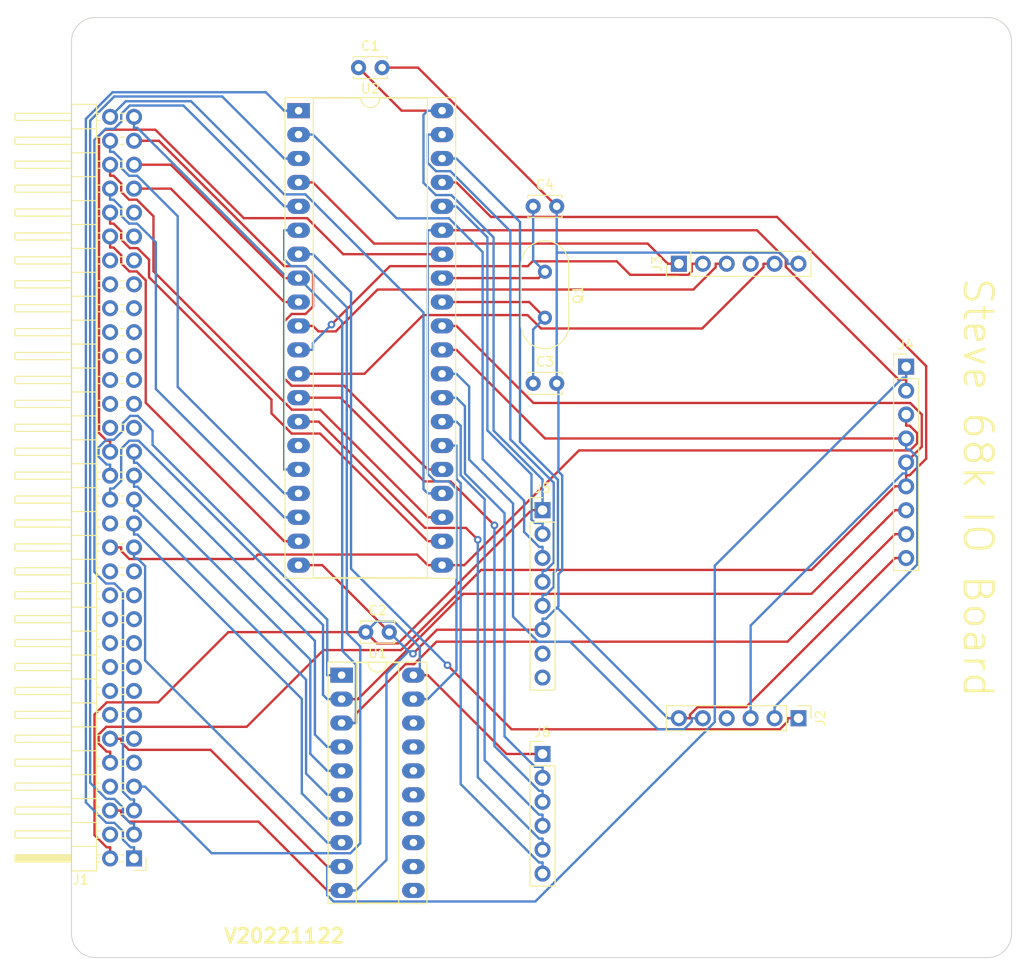
<source format=kicad_pcb>
(kicad_pcb (version 20211014) (generator pcbnew)
  (layers (0 "F.Cu" signal) (31 "B.Cu" signal) (34 "B.Paste" user) (35 "F.Paste" user) (36 "B.SilkS" user "B.Silkscreen") (37 "F.SilkS" user "F.Silkscreen") (38 "B.Mask" user) (39 "F.Mask" user) (44 "Edge.Cuts" user))
  (net 0 "")
  (net 1 "VCC")
  (net 2 "GND")
  (net 3 "/A1")
  (net 4 "/A2")
  (net 5 "/CLK")
  (net 6 "/A3")
  (net 7 "/A4")
  (net 8 "/A5")
  (net 9 "/~{IACK}")
  (net 10 "/A6")
  (net 11 "/A7")
  (net 12 "/~{IRQ3}")
  (net 13 "/A8")
  (net 14 "/~{HALT}")
  (net 15 "/A9")
  (net 16 "/~{IRQ4}")
  (net 17 "/A10")
  (net 18 "/FC0")
  (net 19 "/A11")
  (net 20 "/FC1")
  (net 21 "/A12")
  (net 22 "/FC2")
  (net 23 "/A13")
  (net 24 "/~{IRQ5}")
  (net 25 "/A14")
  (net 26 "/~{IRQ2}")
  (net 27 "/A15")
  (net 28 "/~{IRQ6}")
  (net 29 "/A16")
  (net 30 "/~{LDS}")
  (net 31 "/A17")
  (net 32 "/~{UDS}")
  (net 33 "/A18")
  (net 34 "/~{RESET}")
  (net 35 "/A19")
  (net 36 "/D15")
  (net 37 "/A20")
  (net 38 "/D14")
  (net 39 "/A21")
  (net 40 "/D13")
  (net 41 "/A22")
  (net 42 "/D12")
  (net 43 "/A23")
  (net 44 "/D11")
  (net 45 "/~{AS}")
  (net 46 "/D10")
  (net 47 "/~{BERR}")
  (net 48 "/D9")
  (net 49 "/~{BG}")
  (net 50 "/D8")
  (net 51 "/~{BGACK}")
  (net 52 "/D7")
  (net 53 "/~{BR}")
  (net 54 "/D6")
  (net 55 "/~{DTACK}")
  (net 56 "/D5")
  (net 57 "/R~{W}")
  (net 58 "/D4")
  (net 59 "/D0")
  (net 60 "/D3")
  (net 61 "/D1")
  (net 62 "/D2")
  (net 63 "/VPA")
  (net 70 "/~{UARTSEL}")
  (net 71 "/~{IOSEL}")
  (net 72 "Net-(C4-Pad1)")
  (net 73 "Net-(C3-Pad1)")
  (net 76 "/CTSB")
  (net 77 "/CTSA")
  (net 78 "/RXDB")
  (net 79 "/TXDB")
  (net 80 "/RTSB")
  (net 81 "/RTSA")
  (net 82 "/TXDA")
  (net 83 "/RXDA")
  (net 86 "Net-(U2-Pad36)")
  (net 87 "Net-(U2-Pad2)")
  (net 88 "Net-(U2-Pad39)")
  (net 89 "Net-(U2-Pad38)")
  (net 90 "Net-(U2-Pad28)")
  (net 91 "Net-(U2-Pad13)")
  (net 92 "Net-(U2-Pad27)")
  (net 93 "Net-(U2-Pad14)")
  (net 94 "Net-(U2-Pad26)")
  (net 95 "Net-(U2-Pad15)")
  (footprint "MountingHole:MountingHole_3.2mm_M3" (layer "F.Cu") (at 178.3261 49.0401)
    (fp_text reference "H1" hide)
    (fp_text value "MountingHole")
  )
  (footprint "Capacitor_THT:C_Disc_D3.4mm_W2.1mm_P2.50mm" (layer "F.Cu") (at 131.338 65.278)
    (fp_text reference "C4")
    (fp_text value "5pf")
  )
  (footprint "Connector_PinHeader_2.54mm:PinHeader_2x32_P2.54mm_Horizontal" (layer "F.Cu") (at 88.9541 134.5161 180)
    (fp_text reference "J1")
    (fp_text value "Conn_02x32_Odd_Even")
  )
  (footprint "Capacitor_THT:C_Disc_D3.4mm_W2.1mm_P2.50mm" (layer "F.Cu") (at 113.558 110.49)
    (fp_text reference "C2")
    (fp_text value ".1uF")
  )
  (footprint "MountingHole:MountingHole_3.2mm_M3" (layer "F.Cu") (at 91.9661 141.2421)
    (fp_text reference "H4" hide)
    (fp_text value "MountingHole")
  )
  (footprint "Connector_PinHeader_2.54mm:PinHeader_1x06_P2.54mm_Vertical" (layer "F.Cu") (at 159.512 119.634 -90)
    (fp_text reference "J2")
    (fp_text value "Serial A")
  )
  (footprint "Connector_PinHeader_2.54mm:PinHeader_1x06_P2.54mm_Vertical" (layer "F.Cu") (at 132.334 123.429)
    (fp_text reference "J6")
    (fp_text value "Duart OP")
  )
  (footprint "Package_DIP:DIP-40_W15.24mm_Socket_LongPads" (layer "F.Cu") (at 106.426 55.118)
    (fp_text reference "U2")
    (fp_text value "68681")
  )
  (footprint "Package_DIP:DIP-20_W7.62mm_Socket_LongPads" (layer "F.Cu") (at 110.998 115.062)
    (fp_text reference "U1")
    (fp_text value "GAL16V8")
  )
  (footprint "Capacitor_THT:C_Disc_D3.4mm_W2.1mm_P2.50mm" (layer "F.Cu") (at 131.338 84.074)
    (fp_text reference "C3")
    (fp_text value "15pf")
  )
  (footprint "Connector_PinHeader_2.54mm:PinHeader_1x06_P2.54mm_Vertical" (layer "F.Cu") (at 146.812 71.374 90)
    (fp_text reference "J3")
    (fp_text value "Serial B")
  )
  (footprint "MountingHole:MountingHole_3.2mm_M3" (layer "F.Cu") (at 178.3261 141.2421)
    (fp_text reference "H2" hide)
    (fp_text value "MountingHole")
  )
  (footprint "Crystal:Crystal_HC49-4H_Vertical" (layer "F.Cu") (at 132.588 72.226 -90)
    (fp_text reference "Q1")
    (fp_text value "3.6864MHz")
  )
  (footprint "Capacitor_THT:C_Disc_D3.4mm_W2.1mm_P2.50mm" (layer "F.Cu") (at 112.796 50.546)
    (fp_text reference "C1")
    (fp_text value ".1uF")
  )
  (footprint "Connector_PinHeader_2.54mm:PinHeader_1x09_P2.54mm_Vertical" (layer "F.Cu") (at 170.942 82.306)
    (fp_text reference "J4")
    (fp_text value "DEBUG")
  )
  (footprint "MountingHole:MountingHole_3.2mm_M3" (layer "F.Cu") (at 91.9661 49.0401)
    (fp_text reference "H3" hide)
    (fp_text value "MountingHole")
  )
  (footprint "Connector_PinHeader_2.54mm:PinHeader_1x08_P2.54mm_Vertical" (layer "F.Cu") (at 132.334 97.536)
    (fp_text reference "J5")
    (fp_text value "Duart IP")
  )
  (gr_line (start 179.596051 45.230051) (end 84.854051 45.230051) (layer "Edge.Cuts") (width 0.1))
  (gr_arc (start 182.136051 142.512051) (mid 181.392102 144.308102) (end 179.596051 145.052051) (layer "Edge.Cuts") (width 0.1))
  (gr_arc (start 179.596051 45.230051) (mid 181.392102 45.974) (end 182.136051 47.770051) (layer "Edge.Cuts") (width 0.1))
  (gr_line (start 84.854051 145.052051) (end 179.596051 145.052051) (layer "Edge.Cuts") (width 0.1))
  (gr_line (start 82.314051 47.770051) (end 82.314051 142.512051) (layer "Edge.Cuts") (width 0.1))
  (gr_arc (start 82.314051 47.770051) (mid 83.058 45.974) (end 84.854051 45.230051) (layer "Edge.Cuts") (width 0.1))
  (gr_arc (start 84.854051 145.052051) (mid 83.058 144.308102) (end 82.314051 142.512051) (layer "Edge.Cuts") (width 0.1))
  (gr_line (start 182.136051 142.512051) (end 182.136051 47.770051) (layer "Edge.Cuts") (width 0.1))
  (gr_text "Steve 68k IO Board" (at 178.580051 95.141051 270) (layer "F.SilkS") (effects (font (size 3 3) (thickness 0.3))))
  (gr_text "V20221122" (at 104.902 142.748) (layer "F.SilkS") (effects (font (size 1.5 1.5) (thickness 0.3))))
  (segment (start 117.368 55.118) (end 121.666 55.118) (width 0.25) (layer "F.Cu") (net 1))
  (segment (start 132.334 97.536) (end 131.1587 97.536) (width 0.25) (layer "F.Cu") (net 1))
  (segment (start 128.5103 123.429) (end 131.1587 123.429) (width 0.25) (layer "F.Cu") (net 1))
  (segment (start 91.5162 117.9469) (end 86.0547 117.9469) (width 0.25) (layer "F.Cu") (net 1))
  (segment (start 98.9731 110.49) (end 91.5162 117.9469) (width 0.25) (layer "F.Cu") (net 1))
  (segment (start 113.558 110.49) (end 114.7529 111.6849) (width 0.25) (layer "F.Cu") (net 1))
  (segment (start 120.1433 115.062) (end 128.5103 123.429) (width 0.25) (layer "F.Cu") (net 1))
  (segment (start 132.334 123.429) (end 131.1587 123.429) (width 0.25) (layer "F.Cu") (net 1))
  (segment (start 117.0098 111.6849) (end 131.1587 97.536) (width 0.25) (layer "F.Cu") (net 1))
  (segment (start 86.0547 117.9469) (end 84.7559 119.2457) (width 0.25) (layer "F.Cu") (net 1))
  (segment (start 114.7529 111.6849) (end 117.0098 111.6849) (width 0.25) (layer "F.Cu") (net 1))
  (segment (start 84.7559 132.0499) (end 86.0468 133.3408) (width 0.25) (layer "F.Cu") (net 1))
  (segment (start 118.618 115.062) (end 120.1433 115.062) (width 0.25) (layer "F.Cu") (net 1))
  (segment (start 86.0468 133.3408) (end 86.4141 133.3408) (width 0.25) (layer "F.Cu") (net 1))
  (segment (start 112.796 50.546) (end 117.368 55.118) (width 0.25) (layer "F.Cu") (net 1))
  (segment (start 113.558 110.49) (end 98.9731 110.49) (width 0.25) (layer "F.Cu") (net 1))
  (segment (start 84.7559 119.2457) (end 84.7559 132.0499) (width 0.25) (layer "F.Cu") (net 1))
  (segment (start 86.4141 134.5161) (end 86.4141 133.3408) (width 0.25) (layer "F.Cu") (net 1))
  (segment (start 122.6427 64.0819) (end 120.9993 64.0819) (width 0.25) (layer "B.Cu") (net 1))
  (segment (start 132.3339 96.3607) (end 132.3339 94.2914) (width 0.25) (layer "B.Cu") (net 1))
  (segment (start 119.6904 55.5683) (end 120.1407 55.118) (width 0.25) (layer "B.Cu") (net 1))
  (segment (start 119.6904 62.773) (end 119.6904 55.5683) (width 0.25) (layer "B.Cu") (net 1))
  (segment (start 119.298 112.0998) (end 116.5488 109.3506) (width 0.25) (layer "B.Cu") (net 1))
  (segment (start 121.666 55.118) (end 120.1407 55.118) (width 0.25) (layer "B.Cu") (net 1))
  (segment (start 116.5488 109.3506) (end 114.6974 109.3506) (width 0.25) (layer "B.Cu") (net 1))
  (segment (start 132.3339 94.2914) (end 127.1354 89.0929) (width 0.25) (layer "B.Cu") (net 1))
  (segment (start 127.1354 68.5746) (end 122.6427 64.0819) (width 0.25) (layer "B.Cu") (net 1))
  (segment (start 132.334 96.3607) (end 132.3339 96.3607) (width 0.25) (layer "B.Cu") (net 1))
  (segment (start 120.9993 64.0819) (end 119.6904 62.773) (width 0.25) (layer "B.Cu") (net 1))
  (segment (start 114.6974 109.3506) (end 113.558 110.49) (width 0.25) (layer "B.Cu") (net 1))
  (segment (start 118.618 115.062) (end 119.298 114.382) (width 0.25) (layer "B.Cu") (net 1))
  (segment (start 127.1354 89.0929) (end 127.1354 68.5746) (width 0.25) (layer "B.Cu") (net 1))
  (segment (start 119.298 114.382) (end 119.298 112.0998) (width 0.25) (layer "B.Cu") (net 1))
  (segment (start 132.334 97.536) (end 132.334 96.3607) (width 0.25) (layer "B.Cu") (net 1))
  (segment (start 147.9873 119.634) (end 147.9873 119.2666) (width 0.25) (layer "F.Cu") (net 2))
  (segment (start 118.5727 112.789) (end 121.1257 110.236) (width 0.25) (layer "F.Cu") (net 2))
  (segment (start 148.7952 118.4587) (end 153.934 118.4587) (width 0.25) (layer "F.Cu") (net 2))
  (segment (start 121.1257 110.236) (end 132.334 110.236) (width 0.25) (layer "F.Cu") (net 2))
  (segment (start 153.934 118.4587) (end 169.7667 102.626) (width 0.25) (layer "F.Cu") (net 2))
  (segment (start 146.812 119.634) (end 147.9873 119.634) (width 0.25) (layer "F.Cu") (net 2))
  (segment (start 119.106 50.546) (end 133.838 65.278) (width 0.25) (layer "F.Cu") (net 2))
  (segment (start 170.942 102.626) (end 169.7667 102.626) (width 0.25) (layer "F.Cu") (net 2))
  (segment (start 108.946 103.378) (end 116.058 110.49) (width 0.25) (layer "F.Cu") (net 2))
  (segment (start 110.998 137.922) (end 109.4727 137.922) (width 0.25) (layer "F.Cu") (net 2))
  (segment (start 87.5894 129.8035) (end 87.5894 129.4361) (width 0.25) (layer "F.Cu") (net 2))
  (segment (start 102.1621 130.6114) (end 88.3973 130.6114) (width 0.25) (layer "F.Cu") (net 2))
  (segment (start 86.4141 129.4361) (end 87.5894 129.4361) (width 0.25) (layer "F.Cu") (net 2))
  (segment (start 109.4727 137.922) (end 102.1621 130.6114) (width 0.25) (layer "F.Cu") (net 2))
  (segment (start 106.426 103.378) (end 108.946 103.378) (width 0.25) (layer "F.Cu") (net 2))
  (segment (start 147.9873 119.2666) (end 148.7952 118.4587) (width 0.25) (layer "F.Cu") (net 2))
  (segment (start 88.3973 130.6114) (end 87.5894 129.8035) (width 0.25) (layer "F.Cu") (net 2))
  (segment (start 115.296 50.546) (end 119.106 50.546) (width 0.25) (layer "F.Cu") (net 2))
  (via (at 118.5727 112.789) (size 0.8) (drill 0.4) (layers "F.Cu" "B.Cu") (net 2))
  (segment (start 146.812 119.634) (end 145.6367 119.634) (width 0.25) (layer "B.Cu") (net 2))
  (segment (start 132.7013 109.0607) (end 132.334 109.0607) (width 0.25) (layer "B.Cu") (net 2))
  (segment (start 110.998 137.922) (end 112.5233 137.922) (width 0.25) (layer "B.Cu") (net 2))
  (segment (start 133.8824 107.8796) (end 134.0209 107.7411) (width 0.25) (layer "B.Cu") (net 2))
  (segment (start 118.1035 112.5355) (end 116.058 110.49) (width 0.25) (layer "B.Cu") (net 2))
  (segment (start 115.7578 114.8812) (end 118.1035 112.5355) (width 0.25) (layer "B.Cu") (net 2))
  (segment (start 158.3367 71.0067) (end 158.3367 71.374) (width 0.25) (layer "B.Cu") (net 2))
  (segment (start 118.1035 112.5355) (end 118.3192 112.5355) (width 0.25) (layer "B.Cu") (net 2))
  (segment (start 133.838 70.1924) (end 157.5224 70.1924) (width 0.25) (layer "B.Cu") (net 2))
  (segment (start 115.7578 134.6875) (end 115.7578 114.8812) (width 0.25) (layer "B.Cu") (net 2))
  (segment (start 118.3192 112.5355) (end 118.5727 112.789) (width 0.25) (layer "B.Cu") (net 2))
  (segment (start 134.0209 104.339) (end 134.4204 103.9395) (width 0.25) (layer "B.Cu") (net 2))
  (segment (start 157.5224 70.1924) (end 158.3367 71.0067) (width 0.25) (layer "B.Cu") (net 2))
  (segment (start 132.334 110.236) (end 132.334 109.0607) (width 0.25) (layer "B.Cu") (net 2))
  (segment (start 133.8824 107.8796) (end 132.7013 109.0607) (width 0.25) (layer "B.Cu") (net 2))
  (segment (start 133.838 70.1924) (end 133.838 84.074) (width 0.25) (layer "B.Cu") (net 2))
  (segment (start 134.4204 93.843) (end 134.0209 93.4435) (width 0.25) (layer "B.Cu") (net 2))
  (segment (start 133.838 65.278) (end 133.838 70.1924) (width 0.25) (layer "B.Cu") (net 2))
  (segment (start 134.0209 107.7411) (end 134.0209 104.339) (width 0.25) (layer "B.Cu") (net 2))
  (segment (start 134.4204 103.9395) (end 134.4204 93.843) (width 0.25) (layer "B.Cu") (net 2))
  (segment (start 134.0209 93.4435) (end 134.0209 84.2569) (width 0.25) (layer "B.Cu") (net 2))
  (segment (start 134.0209 84.2569) (end 133.838 84.074) (width 0.25) (layer "B.Cu") (net 2))
  (segment (start 145.6367 119.634) (end 133.8824 107.8796) (width 0.25) (layer "B.Cu") (net 2))
  (segment (start 112.5233 137.922) (end 115.7578 134.6875) (width 0.25) (layer "B.Cu") (net 2))
  (segment (start 159.512 71.374) (end 158.3367 71.374) (width 0.25) (layer "B.Cu") (net 2))
  (segment (start 88.5867 133.3408) (end 88.9541 133.3408) (width 0.25) (layer "B.Cu") (net 3))
  (segment (start 88.9541 134.5161) (end 88.9541 133.3408) (width 0.25) (layer "B.Cu") (net 3))
  (segment (start 83.8431 55.9932) (end 83.8431 128.5748) (width 0.25) (layer "B.Cu") (net 3))
  (segment (start 102.9454 53.1627) (end 86.6736 53.1627) (width 0.25) (layer "B.Cu") (net 3))
  (segment (start 106.426 55.118) (end 104.9007 55.118) (width 0.25) (layer "B.Cu") (net 3))
  (segment (start 87.7788 132.5329) (end 88.5867 133.3408) (width 0.25) (layer "B.Cu") (net 3))
  (segment (start 87.7788 131.6566) (end 87.7788 132.5329) (width 0.25) (layer "B.Cu") (net 3))
  (segment (start 83.8431 128.5748) (end 86.0078 130.7395) (width 0.25) (layer "B.Cu") (net 3))
  (segment (start 104.9007 55.118) (end 102.9454 53.1627) (width 0.25) (layer "B.Cu") (net 3))
  (segment (start 86.8617 130.7395) (end 87.7788 131.6566) (width 0.25) (layer "B.Cu") (net 3))
  (segment (start 86.0078 130.7395) (end 86.8617 130.7395) (width 0.25) (layer "B.Cu") (net 3))
  (segment (start 86.6736 53.1627) (end 83.8431 55.9932) (width 0.25) (layer "B.Cu") (net 3))
  (segment (start 88.5867 130.8008) (end 88.9541 130.8008) (width 0.25) (layer "B.Cu") (net 4))
  (segment (start 87.7788 129.9929) (end 88.5867 130.8008) (width 0.25) (layer "B.Cu") (net 4))
  (segment (start 88.9541 131.9761) (end 88.9541 130.8008) (width 0.25) (layer "B.Cu") (net 4))
  (segment (start 106.426 60.198) (end 104.9007 60.198) (width 0.25) (layer "B.Cu") (net 4))
  (segment (start 84.2934 126.4852) (end 86.0077 128.1995) (width 0.25) (layer "B.Cu") (net 4))
  (segment (start 104.9007 60.198) (end 98.3158 53.6131) (width 0.25) (layer "B.Cu") (net 4))
  (segment (start 86.0077 128.1995) (end 86.8617 128.1995) (width 0.25) (layer "B.Cu") (net 4))
  (segment (start 86.8617 128.1995) (end 87.7788 129.1166) (width 0.25) (layer "B.Cu") (net 4))
  (segment (start 87.7788 129.1166) (end 87.7788 129.9929) (width 0.25) (layer "B.Cu") (net 4))
  (segment (start 98.3158 53.6131) (end 86.8601 53.6131) (width 0.25) (layer "B.Cu") (net 4))
  (segment (start 84.2934 56.1798) (end 84.2934 126.4852) (width 0.25) (layer "B.Cu") (net 4))
  (segment (start 86.8601 53.6131) (end 84.2934 56.1798) (width 0.25) (layer "B.Cu") (net 4))
  (segment (start 94.1965 54.5738) (end 104.9007 65.278) (width 0.25) (layer "B.Cu") (net 6))
  (segment (start 86.8795 105.3251) (end 85.9666 105.3251) (width 0.25) (layer "B.Cu") (net 6))
  (segment (start 88.49 54.5738) (end 94.1965 54.5738) (width 0.25) (layer "B.Cu") (net 6))
  (segment (start 106.426 65.278) (end 104.9007 65.278) (width 0.25) (layer "B.Cu") (net 6))
  (segment (start 87.5895 55.4743) (end 88.49 54.5738) (width 0.25) (layer "B.Cu") (net 6))
  (segment (start 88.9541 129.4361) (end 88.9541 128.2608) (width 0.25) (layer "B.Cu") (net 6))
  (segment (start 87.7788 127.4529) (end 87.7788 106.2244) (width 0.25) (layer "B.Cu") (net 6))
  (segment (start 87.5895 56.3017) (end 87.5895 55.4743) (width 0.25) (layer "B.Cu") (net 6))
  (segment (start 88.9541 128.2608) (end 88.5867 128.2608) (width 0.25) (layer "B.Cu") (net 6))
  (segment (start 84.7437 104.1022) (end 84.7437 58.2438) (width 0.25) (layer "B.Cu") (net 6))
  (segment (start 86.8451 57.0461) (end 87.5895 56.3017) (width 0.25) (layer "B.Cu") (net 6))
  (segment (start 85.9414 57.0461) (end 86.8451 57.0461) (width 0.25) (layer "B.Cu") (net 6))
  (segment (start 84.7437 58.2438) (end 85.9414 57.0461) (width 0.25) (layer "B.Cu") (net 6))
  (segment (start 88.5867 128.2608) (end 87.7788 127.4529) (width 0.25) (layer "B.Cu") (net 6))
  (segment (start 87.7788 106.2244) (end 86.8795 105.3251) (width 0.25) (layer "B.Cu") (net 6))
  (segment (start 85.9666 105.3251) (end 84.7437 104.1022) (width 0.25) (layer "B.Cu") (net 6))
  (segment (start 104.9007 67.818) (end 104.9007 70.9087) (width 0.25) (layer "B.Cu") (net 7))
  (segment (start 106.426 67.818) (end 104.9007 67.818) (width 0.25) (layer "B.Cu") (net 7))
  (segment (start 111.5482 75.9874) (end 111.5482 110.5893) (width 0.25) (layer "B.Cu") (net 7))
  (segment (start 111.9272 133.968) (end 97.2013 133.968) (width 0.25) (layer "B.Cu") (net 7))
  (segment (start 97.2013 133.968) (end 90.1294 126.8961) (width 0.25) (layer "B.Cu") (net 7))
  (segment (start 105.62 71.628) (end 107.1888 71.628) (width 0.25) (layer "B.Cu") (net 7))
  (segment (start 88.9541 126.8961) (end 90.1294 126.8961) (width 0.25) (layer "B.Cu") (net 7))
  (segment (start 111.5482 110.5893) (end 112.9792 112.0203) (width 0.25) (layer "B.Cu") (net 7))
  (segment (start 104.9007 70.9087) (end 105.62 71.628) (width 0.25) (layer "B.Cu") (net 7))
  (segment (start 112.9792 132.916) (end 111.9272 133.968) (width 0.25) (layer "B.Cu") (net 7))
  (segment (start 112.9792 112.0203) (end 112.9792 132.916) (width 0.25) (layer "B.Cu") (net 7))
  (segment (start 107.1888 71.628) (end 111.5482 75.9874) (width 0.25) (layer "B.Cu") (net 7))
  (segment (start 123.1913 62.738) (end 126.8566 66.4033) (width 0.25) (layer "F.Cu") (net 9))
  (segment (start 170.942 95.006) (end 170.942 93.8307) (width 0.25) (layer "F.Cu") (net 9))
  (segment (start 100.9163 120.5461) (end 109.0662 112.3962) (width 0.25) (layer "F.Cu") (net 9))
  (segment (start 85.2063 121.346) (end 86.0062 120.5461) (width 0.25) (layer "F.Cu") (net 9))
  (segment (start 173.0696 82.2407) (end 173.0696 92.0704) (width 0.25) (layer "F.Cu") (net 9))
  (segment (start 86.4141 124.3561) (end 86.4141 123.1808) (width 0.25) (layer "F.Cu") (net 9))
  (segment (start 160.8867 103.886) (end 169.7667 95.006) (width 0.25) (layer "F.Cu") (net 9))
  (segment (start 126.8566 66.4033) (end 157.2322 66.4033) (width 0.25) (layer "F.Cu") (net 9))
  (segment (start 173.0696 92.0704) (end 171.3093 93.8307) (width 0.25) (layer "F.Cu") (net 9))
  (segment (start 117.3026 112.3962) (end 125.8128 103.886) (width 0.25) (layer "F.Cu") (net 9))
  (segment (start 86.0468 123.1808) (end 85.2063 122.3403) (width 0.25) (layer "F.Cu") (net 9))
  (segment (start 170.942 95.006) (end 169.7667 95.006) (width 0.25) (layer "F.Cu") (net 9))
  (segment (start 171.3093 93.8307) (end 170.942 93.8307) (width 0.25) (layer "F.Cu") (net 9))
  (segment (start 157.2322 66.4033) (end 173.0696 82.2407) (width 0.25) (layer "F.Cu") (net 9))
  (segment (start 121.666 62.738) (end 123.1913 62.738) (width 0.25) (layer "F.Cu") (net 9))
  (segment (start 86.0062 120.5461) (end 100.9163 120.5461) (width 0.25) (layer "F.Cu") (net 9))
  (segment (start 125.8128 103.886) (end 160.8867 103.886) (width 0.25) (layer "F.Cu") (net 9))
  (segment (start 86.4141 123.1808) (end 86.0468 123.1808) (width 0.25) (layer "F.Cu") (net 9))
  (segment (start 85.2063 122.3403) (end 85.2063 121.346) (width 0.25) (layer "F.Cu") (net 9))
  (segment (start 109.0662 112.3962) (end 117.3026 112.3962) (width 0.25) (layer "F.Cu") (net 9))
  (segment (start 90.1294 103.4793) (end 89.3215 102.6714) (width 0.25) (layer "B.Cu") (net 25))
  (segment (start 88.9541 101.4961) (end 88.9541 102.6714) (width 0.25) (layer "B.Cu") (net 25))
  (segment (start 89.3215 102.6714) (end 88.9541 102.6714) (width 0.25) (layer "B.Cu") (net 25))
  (segment (start 90.1294 113.4987) (end 90.1294 103.4793) (width 0.25) (layer "B.Cu") (net 25))
  (segment (start 110.998 132.842) (end 109.4727 132.842) (width 0.25) (layer "B.Cu") (net 25))
  (segment (start 109.4727 132.842) (end 90.1294 113.4987) (width 0.25) (layer "B.Cu") (net 25))
  (segment (start 172.1173 90.4392) (end 171.3605 91.196) (width 0.25) (layer "F.Cu") (net 26))
  (segment (start 121.2325 103.378) (end 120.1407 103.378) (width 0.25) (layer "F.Cu") (net 26))
  (segment (start 172.1173 89.3692) (end 172.1173 90.4392) (width 0.25) (layer "F.Cu") (net 26))
  (segment (start 136.203 91.196) (end 124.021 103.378) (width 0.25) (layer "F.Cu") (net 26))
  (segment (start 170.942 88.5613) (end 171.3094 88.5613) (width 0.25) (layer "F.Cu") (net 26))
  (segment (start 87.5894 101.8635) (end 88.453 102.7271) (width 0.25) (layer "F.Cu") (net 26))
  (segment (start 101.6204 102.7271) (end 102.0949 102.2526) (width 0.25) (layer "F.Cu") (net 26))
  (segment (start 88.453 102.7271) (end 101.6204 102.7271) (width 0.25) (layer "F.Cu") (net 26))
  (segment (start 171.3605 91.196) (end 136.203 91.196) (width 0.25) (layer "F.Cu") (net 26))
  (segment (start 119.0153 102.2526) (end 120.1407 103.378) (width 0.25) (layer "F.Cu") (net 26))
  (segment (start 121.2325 103.378) (end 121.666 103.378) (width 0.25) (layer "F.Cu") (net 26))
  (segment (start 121.666 103.378) (end 123.1913 103.378) (width 0.25) (layer "F.Cu") (net 26))
  (segment (start 170.942 87.386) (end 170.942 88.5613) (width 0.25) (layer "F.Cu") (net 26))
  (segment (start 124.021 103.378) (end 123.1913 103.378) (width 0.25) (layer "F.Cu") (net 26))
  (segment (start 87.5894 101.4961) (end 87.5894 101.8635) (width 0.25) (layer "F.Cu") (net 26))
  (segment (start 86.4141 101.4961) (end 87.5894 101.4961) (width 0.25) (layer "F.Cu") (net 26))
  (segment (start 171.3094 88.5613) (end 172.1173 89.3692) (width 0.25) (layer "F.Cu") (net 26))
  (segment (start 102.0949 102.2526) (end 119.0153 102.2526) (width 0.25) (layer "F.Cu") (net 26))
  (segment (start 106.7709 117.5809) (end 106.7709 127.6002) (width 0.25) (layer "B.Cu") (net 27))
  (segment (start 110.998 130.302) (end 109.4727 130.302) (width 0.25) (layer "B.Cu") (net 27))
  (segment (start 88.9541 98.9561) (end 88.9541 100.1314) (width 0.25) (layer "B.Cu") (net 27))
  (segment (start 88.9541 100.1314) (end 89.3214 100.1314) (width 0.25) (layer "B.Cu") (net 27))
  (segment (start 89.3214 100.1314) (end 106.7709 117.5809) (width 0.25) (layer "B.Cu") (net 27))
  (segment (start 106.7709 127.6002) (end 109.4727 130.302) (width 0.25) (layer "B.Cu") (net 27))
  (segment (start 107.2212 125.5105) (end 109.4727 127.762) (width 0.25) (layer "B.Cu") (net 29))
  (segment (start 88.9541 97.5914) (end 89.2828 97.5914) (width 0.25) (layer "B.Cu") (net 29))
  (segment (start 107.2212 115.5298) (end 107.2212 125.5105) (width 0.25) (layer "B.Cu") (net 29))
  (segment (start 89.2828 97.5914) (end 107.2212 115.5298) (width 0.25) (layer "B.Cu") (net 29))
  (segment (start 88.9541 96.4161) (end 88.9541 97.5914) (width 0.25) (layer "B.Cu") (net 29))
  (segment (start 110.998 127.762) (end 109.4727 127.762) (width 0.25) (layer "B.Cu") (net 29))
  (segment (start 170.942 97.546) (end 169.7667 97.546) (width 0.25) (layer "F.Cu") (net 30))
  (segment (start 112.7337 117.602) (end 123.9097 106.426) (width 0.25) (layer "F.Cu") (net 30))
  (segment (start 112.5233 117.602) (end 112.7337 117.602) (width 0.25) (layer "F.Cu") (net 30))
  (segment (start 123.9097 106.426) (end 160.8867 106.426) (width 0.25) (layer "F.Cu") (net 30))
  (segment (start 160.8867 106.426) (end 169.7667 97.546) (width 0.25) (layer "F.Cu") (net 30))
  (segment (start 110.998 117.602) (end 112.5233 117.602) (width 0.25) (layer "F.Cu") (net 30))
  (segment (start 86.4141 96.4161) (end 86.4141 95.2408) (width 0.25) (layer "B.Cu") (net 30))
  (segment (start 109.0223 109.742) (end 89.441 90.1607) (width 0.25) (layer "B.Cu") (net 30))
  (segment (start 89.441 90.1607) (end 88.4527 90.1607) (width 0.25) (layer "B.Cu") (net 30))
  (segment (start 86.7815 95.2408) (end 86.4141 95.2408) (width 0.25) (layer "B.Cu") (net 30))
  (segment (start 109.0223 117.1516) (end 109.0223 109.742) (width 0.25) (layer "B.Cu") (net 30))
  (segment (start 88.4527 90.1607) (end 87.5894 91.024) (width 0.25) (layer "B.Cu") (net 30))
  (segment (start 87.5894 94.4329) (end 86.7815 95.2408) (width 0.25) (layer "B.Cu") (net 30))
  (segment (start 87.5894 91.024) (end 87.5894 94.4329) (width 0.25) (layer "B.Cu") (net 30))
  (segment (start 109.4727 117.602) (end 109.0223 117.1516) (width 0.25) (layer "B.Cu") (net 30))
  (segment (start 110.998 117.602) (end 109.4727 117.602) (width 0.25) (layer "B.Cu") (net 30))
  (segment (start 107.6715 123.4208) (end 109.4727 125.222) (width 0.25) (layer "B.Cu") (net 31))
  (segment (start 89.3215 95.0514) (end 107.6715 113.4014) (width 0.25) (layer "B.Cu") (net 31))
  (segment (start 88.9541 93.8761) (end 88.9541 95.0514) (width 0.25) (layer "B.Cu") (net 31))
  (segment (start 110.998 125.222) (end 109.4727 125.222) (width 0.25) (layer "B.Cu") (net 31))
  (segment (start 88.9541 95.0514) (end 89.3215 95.0514) (width 0.25) (layer "B.Cu") (net 31))
  (segment (start 107.6715 113.4014) (end 107.6715 123.4208) (width 0.25) (layer "B.Cu") (net 31))
  (segment (start 85.194 90.8732) (end 85.194 91.8435) (width 0.25) (layer "B.Cu") (net 32))
  (segment (start 86.0513 92.7008) (end 86.4141 92.7008) (width 0.25) (layer "B.Cu") (net 32))
  (segment (start 109.4727 109.1513) (end 90.9224 90.601) (width 0.25) (layer "B.Cu") (net 32))
  (segment (start 110.998 115.062) (end 109.4727 115.062) (width 0.25) (layer "B.Cu") (net 32))
  (segment (start 87.7787 88.2897) (end 87.7787 89.0957) (width 0.25) (layer "B.Cu") (net 32))
  (segment (start 90.9224 90.601) (end 90.9224 89.0948) (width 0.25) (layer "B.Cu") (net 32))
  (segment (start 89.3537 87.5261) (end 88.5423 87.5261) (width 0.25) (layer "B.Cu") (net 32))
  (segment (start 86.0011 90.0661) (end 85.194 90.8732) (width 0.25) (layer "B.Cu") (net 32))
  (segment (start 86.8083 90.0661) (end 86.0011 90.0661) (width 0.25) (layer "B.Cu") (net 32))
  (segment (start 87.7787 89.0957) (end 86.8083 90.0661) (width 0.25) (layer "B.Cu") (net 32))
  (segment (start 88.5423 87.5261) (end 87.7787 88.2897) (width 0.25) (layer "B.Cu") (net 32))
  (segment (start 86.4141 93.8761) (end 86.4141 92.7008) (width 0.25) (layer "B.Cu") (net 32))
  (segment (start 109.4727 115.062) (end 109.4727 109.1513) (width 0.25) (layer "B.Cu") (net 32))
  (segment (start 90.9224 89.0948) (end 89.3537 87.5261) (width 0.25) (layer "B.Cu") (net 32))
  (segment (start 85.194 91.8435) (end 86.0513 92.7008) (width 0.25) (layer "B.Cu") (net 32))
  (segment (start 110.998 122.682) (end 109.4727 122.682) (width 0.25) (layer "B.Cu") (net 33))
  (segment (start 108.1604 111.4123) (end 108.1604 121.3697) (width 0.25) (layer "B.Cu") (net 33))
  (segment (start 108.1604 121.3697) (end 109.4727 122.682) (width 0.25) (layer "B.Cu") (net 33))
  (segment (start 88.9541 91.3361) (end 88.9541 92.5114) (width 0.25) (layer "B.Cu") (net 33))
  (segment (start 88.9541 92.5114) (end 89.2595 92.5114) (width 0.25) (layer "B.Cu") (net 33))
  (segment (start 89.2595 92.5114) (end 108.1604 111.4123) (width 0.25) (layer "B.Cu") (net 33))
  (segment (start 86.4141 91.3361) (end 86.4141 90.1608) (width 0.25) (layer "F.Cu") (net 34))
  (segment (start 107.3398 66.5316) (end 100.608 66.5316) (width 0.25) (layer "F.Cu") (net 34))
  (segment (start 86.0467 90.1608) (end 86.4141 90.1608) (width 0.25) (layer "F.Cu") (net 34))
  (segment (start 100.608 66.5316) (end 91.2144 57.138) (width 0.25) (layer "F.Cu") (net 34))
  (segment (start 91.2144 57.138) (end 85.8823 57.138) (width 0.25) (layer "F.Cu") (net 34))
  (segment (start 85.2388 57.7815) (end 85.2388 89.3529) (width 0.25) (layer "F.Cu") (net 34))
  (segment (start 121.666 70.358) (end 111.1662 70.358) (width 0.25) (layer "F.Cu") (net 34))
  (segment (start 85.2388 89.3529) (end 86.0467 90.1608) (width 0.25) (layer "F.Cu") (net 34))
  (segment (start 111.1662 70.358) (end 107.3398 66.5316) (width 0.25) (layer "F.Cu") (net 34))
  (segment (start 85.8823 57.138) (end 85.2388 57.7815) (width 0.25) (layer "F.Cu") (net 34))
  (segment (start 106.426 100.838) (end 104.9007 100.838) (width 0.25) (layer "F.Cu") (net 52))
  (segment (start 86.4141 68.4761) (end 86.4141 69.6514) (width 0.25) (layer "F.Cu") (net 52))
  (segment (start 87.5894 70.4593) (end 86.7815 69.6514) (width 0.25) (layer "F.Cu") (net 52))
  (segment (start 89.2518 72.1915) (end 88.4647 72.1915) (width 0.25) (layer "F.Cu") (net 52))
  (segment (start 87.5894 71.3162) (end 87.5894 70.4593) (width 0.25) (layer "F.Cu") (net 52))
  (segment (start 88.4647 72.1915) (end 87.5894 71.3162) (width 0.25) (layer "F.Cu") (net 52))
  (segment (start 90.1991 86.1364) (end 90.1991 73.1388) (width 0.25) (layer "F.Cu") (net 52))
  (segment (start 86.7815 69.6514) (end 86.4141 69.6514) (width 0.25) (layer "F.Cu") (net 52))
  (segment (start 90.1991 73.1388) (end 89.2518 72.1915) (width 0.25) (layer "F.Cu") (net 52))
  (segment (start 104.9007 100.838) (end 90.1991 86.1364) (width 0.25) (layer "F.Cu") (net 52))
  (segment (start 86.7815 67.1114) (end 86.4141 67.1114) (width 0.25) (layer "F.Cu") (net 54))
  (segment (start 86.4141 65.9361) (end 86.4141 67.1114) (width 0.25) (layer "F.Cu") (net 54))
  (segment (start 88.5065 69.7127) (end 87.5894 68.7956) (width 0.25) (layer "F.Cu") (net 54))
  (segment (start 103.5498 87.2593) (end 103.5498 85.8078) (width 0.25) (layer "F.Cu") (net 54))
  (segment (start 90.5486 72.8066) (end 90.5486 70.9386) (width 0.25) (layer "F.Cu") (net 54))
  (segment (start 121.666 100.838) (end 120.1407 100.838) (width 0.25) (layer "F.Cu") (net 54))
  (segment (start 87.5894 68.7956) (end 87.5894 67.9193) (width 0.25) (layer "F.Cu") (net 54))
  (segment (start 89.3227 69.7127) (end 88.5065 69.7127) (width 0.25) (layer "F.Cu") (net 54))
  (segment (start 90.5486 70.9386) (end 89.3227 69.7127) (width 0.25) (layer "F.Cu") (net 54))
  (segment (start 105.6985 89.408) (end 103.5498 87.2593) (width 0.25) (layer "F.Cu") (net 54))
  (segment (start 103.5498 85.8078) (end 90.5486 72.8066) (width 0.25) (layer "F.Cu") (net 54))
  (segment (start 87.5894 67.9193) (end 86.7815 67.1114) (width 0.25) (layer "F.Cu") (net 54))
  (segment (start 120.1407 100.838) (end 108.7107 89.408) (width 0.25) (layer "F.Cu") (net 54))
  (segment (start 108.7107 89.408) (end 105.6985 89.408) (width 0.25) (layer "F.Cu") (net 54))
  (segment (start 88.9541 63.3961) (end 92.8588 63.3961) (width 0.25) (layer "F.Cu") (net 55))
  (segment (start 92.8588 63.3961) (end 104.9007 75.438) (width 0.25) (layer "F.Cu") (net 55))
  (segment (start 106.426 75.438) (end 104.9007 75.438) (width 0.25) (layer "F.Cu") (net 55))
  (segment (start 104.9007 98.298) (end 91.2741 84.6714) (width 0.25) (layer "B.Cu") (net 56))
  (segment (start 106.426 98.298) (end 104.9007 98.298) (width 0.25) (layer "B.Cu") (net 56))
  (segment (start 91.2741 84.6714) (end 91.2741 69.0989) (width 0.25) (layer "B.Cu") (net 56))
  (segment (start 89.2867 67.1115) (end 88.4285 67.1115) (width 0.25) (layer "B.Cu") (net 56))
  (segment (start 91.2741 69.0989) (end 89.2867 67.1115) (width 0.25) (layer "B.Cu") (net 56))
  (segment (start 86.4141 63.3961) (end 86.4141 64.5714) (width 0.25) (layer "B.Cu") (net 56))
  (segment (start 87.5894 65.3793) (end 86.7815 64.5714) (width 0.25) (layer "B.Cu") (net 56))
  (segment (start 87.5894 66.2724) (end 87.5894 65.3793) (width 0.25) (layer "B.Cu") (net 56))
  (segment (start 88.4285 67.1115) (end 87.5894 66.2724) (width 0.25) (layer "B.Cu") (net 56))
  (segment (start 86.7815 64.5714) (end 86.4141 64.5714) (width 0.25) (layer "B.Cu") (net 56))
  (segment (start 158.3467 111.506) (end 169.7667 100.086) (width 0.25) (layer "F.Cu") (net 57))
  (segment (start 88.9541 60.8561) (end 92.8588 60.8561) (width 0.25) (layer "F.Cu") (net 57))
  (segment (start 118.6888 113.89) (end 121.0728 111.506) (width 0.25) (layer "F.Cu") (net 57))
  (segment (start 112.5233 120.142) (end 112.5233 119.1563) (width 0.25) (layer "F.Cu") (net 57))
  (segment (start 106.426 72.898) (end 104.9007 72.898) (width 0.25) (layer "F.Cu") (net 57))
  (segment (start 121.0728 111.506) (end 158.3467 111.506) (width 0.25) (layer "F.Cu") (net 57))
  (segment (start 170.942 100.086) (end 169.7667 100.086) (width 0.25) (layer "F.Cu") (net 57))
  (segment (start 110.998 120.142) (end 112.5233 120.142) (width 0.25) (layer "F.Cu") (net 57))
  (segment (start 112.5233 119.1563) (end 117.7896 113.89) (width 0.25) (layer "F.Cu") (net 57))
  (segment (start 92.8588 60.8561) (end 104.9007 72.898) (width 0.25) (layer "F.Cu") (net 57))
  (segment (start 117.7896 113.89) (end 118.6888 113.89) (width 0.25) (layer "F.Cu") (net 57))
  (segment (start 111.0574 112.4706) (end 112.5233 113.9365) (width 0.25) (layer "B.Cu") (net 57))
  (segment (start 110.998 120.142) (end 112.5233 120.142) (width 0.25) (layer "B.Cu") (net 57))
  (segment (start 111.0574 77.5294) (end 111.0574 112.4706) (width 0.25) (layer "B.Cu") (net 57))
  (segment (start 112.5233 113.9365) (end 112.5233 120.142) (width 0.25) (layer "B.Cu") (net 57))
  (segment (start 106.426 72.898) (end 111.0574 77.5294) (width 0.25) (layer "B.Cu") (net 57))
  (segment (start 87.5894 62.8393) (end 86.7815 62.0314) (width 0.25) (layer "F.Cu") (net 58))
  (segment (start 87.5894 63.7324) (end 87.5894 62.8393) (width 0.25) (layer "F.Cu") (net 58))
  (segment (start 121.666 98.298) (end 120.1407 98.298) (width 0.25) (layer "F.Cu") (net 58))
  (segment (start 86.7815 62.0314) (end 86.4141 62.0314) (width 0.25) (layer "F.Cu") (net 58))
  (segment (start 91.017 66.3295) (end 89.259 64.5715) (width 0.25) (layer "F.Cu") (net 58))
  (segment (start 105.7043 86.868) (end 91.017 72.1807) (width 0.25) (layer "F.Cu") (net 58))
  (segment (start 91.017 72.1807) (end 91.017 66.3295) (width 0.25) (layer "F.Cu") (net 58))
  (segment (start 120.1407 98.298) (end 108.7107 86.868) (width 0.25) (layer "F.Cu") (net 58))
  (segment (start 88.4285 64.5715) (end 87.5894 63.7324) (width 0.25) (layer "F.Cu") (net 58))
  (segment (start 89.259 64.5715) (end 88.4285 64.5715) (width 0.25) (layer "F.Cu") (net 58))
  (segment (start 86.4141 60.8561) (end 86.4141 62.0314) (width 0.25) (layer "F.Cu") (net 58))
  (segment (start 108.7107 86.868) (end 105.7043 86.868) (width 0.25) (layer "F.Cu") (net 58))
  (segment (start 105.6854 84.328) (end 104.8953 83.5379) (width 0.25) (layer "F.Cu") (net 59))
  (segment (start 107.9672 72.4277) (end 107.1675 71.628) (width 0.25) (layer "F.Cu") (net 59))
  (segment (start 104.8953 77.5073) (end 105.6946 76.708) (width 0.25) (layer "F.Cu") (net 59))
  (segment (start 121.666 93.218) (end 120.1407 93.218) (width 0.25) (layer "F.Cu") (net 59))
  (segment (start 120.1407 93.218) (end 111.2507 84.328) (width 0.25) (layer "F.Cu") (net 59))
  (segment (start 104.9006 71.628) (end 91.5887 58.3161) (width 0.25) (layer "F.Cu") (net 59))
  (segment (start 107.1675 71.628) (end 104.9006 71.628) (width 0.25) (layer "F.Cu") (net 59))
  (segment (start 91.5887 58.3161) (end 88.9541 58.3161) (width 0.25) (layer "F.Cu") (net 59))
  (segment (start 107.9672 75.9059) (end 107.9672 72.4277) (width 0.25) (layer "F.Cu") (net 59))
  (segment (start 104.8953 83.5379) (end 104.8953 77.5073) (width 0.25) (layer "F.Cu") (net 59))
  (segment (start 105.6946 76.708) (end 107.1651 76.708) (width 0.25) (layer "F.Cu") (net 59))
  (segment (start 111.2507 84.328) (end 105.6854 84.328) (width 0.25) (layer "F.Cu") (net 59))
  (segment (start 107.1651 76.708) (end 107.9672 75.9059) (width 0.25) (layer "F.Cu") (net 59))
  (segment (start 86.4141 58.3161) (end 86.4141 59.4914) (width 0.25) (layer "B.Cu") (net 60))
  (segment (start 86.7815 59.4914) (end 86.4141 59.4914) (width 0.25) (layer "B.Cu") (net 60))
  (segment (start 106.426 95.758) (end 104.9007 95.758) (width 0.25) (layer "B.Cu") (net 60))
  (segment (start 93.5918 66.326) (end 89.2973 62.0315) (width 0.25) (layer "B.Cu") (net 60))
  (segment (start 88.4285 62.0315) (end 87.5894 61.1924) (width 0.25) (layer "B.Cu") (net 60))
  (segment (start 104.9007 95.758) (end 93.5918 84.4491) (width 0.25) (layer "B.Cu") (net 60))
  (segment (start 87.5894 61.1924) (end 87.5894 60.2993) (width 0.25) (layer "B.Cu") (net 60))
  (segment (start 87.5894 60.2993) (end 86.7815 59.4914) (width 0.25) (layer "B.Cu") (net 60))
  (segment (start 89.2973 62.0315) (end 88.4285 62.0315) (width 0.25) (layer "B.Cu") (net 60))
  (segment (start 93.5918 84.4491) (end 93.5918 66.326) (width 0.25) (layer "B.Cu") (net 60))
  (segment (start 88.9541 55.7761) (end 88.9541 56.9514) (width 0.25) (layer "B.Cu") (net 61))
  (segment (start 104.9007 72.5307) (end 89.3214 56.9514) (width 0.25) (layer "B.Cu") (net 61))
  (segment (start 104.9007 93.218) (end 104.9007 72.5307) (width 0.25) (layer "B.Cu") (net 61))
  (segment (start 89.3214 56.9514) (end 88.9541 56.9514) (width 0.25) (layer "B.Cu") (net 61))
  (segment (start 106.426 93.218) (end 104.9007 93.218) (width 0.25) (layer "B.Cu") (net 61))
  (segment (start 86.4141 55.7761) (end 88.0732 54.117) (width 0.25) (layer "B.Cu") (net 62))
  (segment (start 104.9006 64.008) (end 107.1499 64.008) (width 0.25) (layer "B.Cu") (net 62))
  (segment (start 119.6904 76.5485) (end 119.6904 95.3077) (width 0.25) (layer "B.Cu") (net 62))
  (segment (start 107.1499 64.008) (end 119.6904 76.5485) (width 0.25) (layer "B.Cu") (net 62))
  (segment (start 121.666 95.758) (end 120.1407 95.758) (width 0.25) (layer "B.Cu") (net 62))
  (segment (start 88.0732 54.117) (end 95.0096 54.117) (width 0.25) (layer "B.Cu") (net 62))
  (segment (start 119.6904 95.3077) (end 120.1407 95.758) (width 0.25) (layer "B.Cu") (net 62))
  (segment (start 95.0096 54.117) (end 104.9006 64.008) (width 0.25) (layer "B.Cu") (net 62))
  (segment (start 170.134 83.6707) (end 170.942 83.6707) (width 0.25) (layer "F.Cu") (net 70))
  (segment (start 158.1664 71.7031) (end 170.134 83.6707) (width 0.25) (layer "F.Cu") (net 70))
  (segment (start 170.942 84.846) (end 170.942 83.6707) (width 0.25) (layer "F.Cu") (net 70))
  (segment (start 158.1664 70.8818) (end 158.1664 71.7031) (width 0.25) (layer "F.Cu") (net 70))
  (segment (start 155.1026 67.818) (end 158.1664 70.8818) (width 0.25) (layer "F.Cu") (net 70))
  (segment (start 121.666 67.818) (end 155.1026 67.818) (width 0.25) (layer "F.Cu") (net 70))
  (segment (start 118.618 117.602) (end 120.1433 117.602) (width 0.25) (layer "B.Cu") (net 70))
  (segment (start 120.1407 93.6867) (end 120.1407 67.818) (width 0.25) (layer "B.Cu") (net 70))
  (segment (start 120.942 94.488) (end 120.1407 93.6867) (width 0.25) (layer "B.Cu") (net 70))
  (segment (start 122.395 94.488) (end 120.942 94.488) (width 0.25) (layer "B.Cu") (net 70))
  (segment (start 123.1913 114.554) (end 123.1913 95.2843) (width 0.25) (layer "B.Cu") (net 70))
  (segment (start 120.1433 117.602) (end 123.1913 114.554) (width 0.25) (layer "B.Cu") (net 70))
  (segment (start 123.1913 95.2843) (end 122.395 94.488) (width 0.25) (layer "B.Cu") (net 70))
  (segment (start 121.666 67.818) (end 120.1407 67.818) (width 0.25) (layer "B.Cu") (net 70))
  (segment (start 87.5894 121.8161) (end 87.5894 122.1835) (width 0.25) (layer "F.Cu") (net 71))
  (segment (start 88.3973 122.9914) (end 97.0821 122.9914) (width 0.25) (layer "F.Cu") (net 71))
  (segment (start 110.998 135.382) (end 109.4727 135.382) (width 0.25) (layer "F.Cu") (net 71))
  (segment (start 87.5894 122.1835) (end 88.3973 122.9914) (width 0.25) (layer "F.Cu") (net 71))
  (segment (start 97.0821 122.9914) (end 109.4727 135.382) (width 0.25) (layer "F.Cu") (net 71))
  (segment (start 86.4141 121.8161) (end 87.5894 121.8161) (width 0.25) (layer "F.Cu") (net 71))
  (segment (start 170.942 82.306) (end 170.942 83.4813) (width 0.25) (layer "B.Cu") (net 71))
  (segment (start 110.998 135.382) (end 109.4727 135.382) (width 0.25) (layer "B.Cu") (net 71))
  (segment (start 109.4727 135.382) (end 109.4727 138.433) (width 0.25) (layer "B.Cu") (net 71))
  (segment (start 131.5686 139.0929) (end 150.622 120.0395) (width 0.25) (layer "B.Cu") (net 71))
  (segment (start 150.622 120.0395) (end 150.622 103.434) (width 0.25) (layer "B.Cu") (net 71))
  (segment (start 150.622 103.434) (end 170.5747 83.4813) (width 0.25) (layer "B.Cu") (net 71))
  (segment (start 110.1326 139.0929) (end 131.5686 139.0929) (width 0.25) (layer "B.Cu") (net 71))
  (segment (start 170.5747 83.4813) (end 170.942 83.4813) (width 0.25) (layer "B.Cu") (net 71))
  (segment (start 109.4727 138.433) (end 110.1326 139.0929) (width 0.25) (layer "B.Cu") (net 71))
  (segment (start 131.916 72.898) (end 132.588 72.226) (width 0.25) (layer "F.Cu") (net 72))
  (segment (start 121.666 72.898) (end 131.916 72.898) (width 0.25) (layer "F.Cu") (net 72))
  (segment (start 132.588 72.226) (end 131.338 70.976) (width 0.25) (layer "B.Cu") (net 72))
  (segment (start 131.338 70.976) (end 131.338 65.278) (width 0.25) (layer "B.Cu") (net 72))
  (segment (start 130.92 75.438) (end 132.588 77.106) (width 0.25) (layer "F.Cu") (net 73))
  (segment (start 121.666 75.438) (end 130.92 75.438) (width 0.25) (layer "F.Cu") (net 73))
  (segment (start 132.588 77.106) (end 131.338 78.356) (width 0.25) (layer "B.Cu") (net 73))
  (segment (start 131.338 78.356) (end 131.338 84.074) (width 0.25) (layer "B.Cu") (net 73))
  (segment (start 143.494 69.2313) (end 145.6367 71.374) (width 0.25) (layer "F.Cu") (net 76))
  (segment (start 114.4446 69.2313) (end 143.494 69.2313) (width 0.25) (layer "F.Cu") (net 76))
  (segment (start 107.9513 62.738) (end 114.4446 69.2313) (width 0.25) (layer "F.Cu") (net 76))
  (segment (start 106.426 62.738) (end 107.9513 62.738) (width 0.25) (layer "F.Cu") (net 76))
  (segment (start 146.812 71.374) (end 145.6367 71.374) (width 0.25) (layer "F.Cu") (net 76))
  (segment (start 129.0458 120.8093) (end 157.5288 120.8093) (width 0.25) (layer "F.Cu") (net 77))
  (segment (start 122.2426 114.0061) (end 129.0458 120.8093) (width 0.25) (layer "F.Cu") (net 77))
  (segment (start 158.3367 120.0014) (end 158.3367 119.634) (width 0.25) (layer "F.Cu") (net 77))
  (segment (start 157.5288 120.8093) (end 158.3367 120.0014) (width 0.25) (layer "F.Cu") (net 77))
  (segment (start 159.512 119.634) (end 158.3367 119.634) (width 0.25) (layer "F.Cu") (net 77))
  (via (at 122.2426 114.0061) (size 0.8) (drill 0.4) (layers "F.Cu" "B.Cu") (net 77))
  (segment (start 106.426 70.358) (end 107.9513 70.358) (width 0.25) (layer "B.Cu") (net 77))
  (segment (start 107.9513 70.358) (end 111.9986 74.4053) (width 0.25) (layer "B.Cu") (net 77))
  (segment (start 111.9986 74.4053) (end 111.9986 103.7621) (width 0.25) (layer "B.Cu") (net 77))
  (segment (start 111.9986 103.7621) (end 122.2426 114.0061) (width 0.25) (layer "B.Cu") (net 77))
  (segment (start 151.892 71.374) (end 150.7167 71.374) (width 0.25) (layer "F.Cu") (net 78))
  (segment (start 114.8153 74.1108) (end 148.3472 74.1108) (width 0.25) (layer "F.Cu") (net 78))
  (segment (start 150.7167 71.7413) (end 150.7167 71.374) (width 0.25) (layer "F.Cu") (net 78))
  (segment (start 148.3472 74.1108) (end 150.7167 71.7413) (width 0.25) (layer "F.Cu") (net 78))
  (segment (start 107.9513 77.978) (end 108.5296 78.5563) (width 0.25) (layer "F.Cu") (net 78))
  (segment (start 110.3698 78.5563) (end 114.8153 74.1108) (width 0.25) (layer "F.Cu") (net 78))
  (segment (start 108.5296 78.5563) (end 110.3698 78.5563) (width 0.25) (layer "F.Cu") (net 78))
  (segment (start 106.426 77.978) (end 107.9513 77.978) (width 0.25) (layer "F.Cu") (net 78))
  (segment (start 148.1767 72.1821) (end 147.8095 72.5493) (width 0.25) (layer "F.Cu") (net 79))
  (segment (start 140.2099 71.1138) (end 131.2828 71.1138) (width 0.25) (layer "F.Cu") (net 79))
  (segment (start 149.352 71.374) (end 148.1767 71.374) (width 0.25) (layer "F.Cu") (net 79))
  (segment (start 130.7686 71.628) (end 116.1252 71.628) (width 0.25) (layer "F.Cu") (net 79))
  (segment (start 148.1767 71.374) (end 148.1767 72.1821) (width 0.25) (layer "F.Cu") (net 79))
  (segment (start 131.2828 71.1138) (end 130.7686 71.628) (width 0.25) (layer "F.Cu") (net 79))
  (segment (start 141.6454 72.5493) (end 140.2099 71.1138) (width 0.25) (layer "F.Cu") (net 79))
  (segment (start 116.1252 71.628) (end 109.9222 77.831) (width 0.25) (layer "F.Cu") (net 79))
  (segment (start 147.8095 72.5493) (end 141.6454 72.5493) (width 0.25) (layer "F.Cu") (net 79))
  (via (at 109.9222 77.831) (size 0.8) (drill 0.4) (layers "F.Cu" "B.Cu") (net 79))
  (segment (start 106.426 80.518) (end 107.9513 80.518) (width 0.25) (layer "B.Cu") (net 79))
  (segment (start 107.9513 80.518) (end 107.9513 79.8019) (width 0.25) (layer "B.Cu") (net 79))
  (segment (start 107.9513 79.8019) (end 109.9222 77.831) (width 0.25) (layer "B.Cu") (net 79))
  (segment (start 113.4177 83.058) (end 119.6512 76.8245) (width 0.25) (layer "F.Cu") (net 80))
  (segment (start 106.426 83.058) (end 113.4177 83.058) (width 0.25) (layer "F.Cu") (net 80))
  (segment (start 156.972 71.374) (end 155.7967 71.374) (width 0.25) (layer "F.Cu") (net 80))
  (segment (start 155.7967 71.7413) (end 155.7967 71.374) (width 0.25) (layer "F.Cu") (net 80))
  (segment (start 119.6512 76.8245) (end 130.744 76.8245) (width 0.25) (layer "F.Cu") (net 80))
  (segment (start 149.2898 78.2482) (end 155.7967 71.7413) (width 0.25) (layer "F.Cu") (net 80))
  (segment (start 130.744 76.8245) (end 132.1677 78.2482) (width 0.25) (layer "F.Cu") (net 80))
  (segment (start 132.1677 78.2482) (end 149.2898 78.2482) (width 0.25) (layer "F.Cu") (net 80))
  (segment (start 123.1913 83.058) (end 124.5425 84.4092) (width 0.25) (layer "B.Cu") (net 81))
  (segment (start 144.57 120.8093) (end 147.3688 120.8093) (width 0.25) (layer "B.Cu") (net 81))
  (segment (start 124.5425 84.4092) (end 124.5425 92.1744) (width 0.25) (layer "B.Cu") (net 81))
  (segment (start 124.5425 92.1744) (end 129.1994 96.8313) (width 0.25) (layer "B.Cu") (net 81))
  (segment (start 129.1994 108.8437) (end 131.8617 111.506) (width 0.25) (layer "B.Cu") (net 81))
  (segment (start 149.352 119.634) (end 148.1767 119.634) (width 0.25) (layer "B.Cu") (net 81))
  (segment (start 148.1767 120.0014) (end 148.1767 119.634) (width 0.25) (layer "B.Cu") (net 81))
  (segment (start 121.666 83.058) (end 123.1913 83.058) (width 0.25) (layer "B.Cu") (net 81))
  (segment (start 129.1994 96.8313) (end 129.1994 108.8437) (width 0.25) (layer "B.Cu") (net 81))
  (segment (start 147.3688 120.8093) (end 148.1767 120.0014) (width 0.25) (layer "B.Cu") (net 81))
  (segment (start 131.8617 111.506) (end 135.2667 111.506) (width 0.25) (layer "B.Cu") (net 81))
  (segment (start 135.2667 111.506) (end 144.57 120.8093) (width 0.25) (layer "B.Cu") (net 81))
  (segment (start 132.5993 89.926) (end 170.942 89.926) (width 0.25) (layer "F.Cu") (net 82))
  (segment (start 121.666 80.518) (end 123.1913 80.518) (width 0.25) (layer "F.Cu") (net 82))
  (segment (start 123.1913 80.518) (end 132.5993 89.926) (width 0.25) (layer "F.Cu") (net 82))
  (segment (start 170.942 91.1013) (end 171.3093 91.1013) (width 0.25) (layer "B.Cu") (net 82))
  (segment (start 172.123 91.915) (end 172.123 103.3077) (width 0.25) (layer "B.Cu") (net 82))
  (segment (start 156.972 119.634) (end 156.972 118.4587) (width 0.25) (layer "B.Cu") (net 82))
  (segment (start 170.942 89.926) (end 170.942 91.1013) (width 0.25) (layer "B.Cu") (net 82))
  (segment (start 171.3093 91.1013) (end 172.123 91.915) (width 0.25) (layer "B.Cu") (net 82))
  (segment (start 172.123 103.3077) (end 156.972 118.4587) (width 0.25) (layer "B.Cu") (net 82))
  (segment (start 170.942 92.466) (end 172.6056 90.8024) (width 0.25) (layer "F.Cu") (net 83))
  (segment (start 171.3742 86.1559) (end 131.3692 86.1559) (width 0.25) (layer "F.Cu") (net 83))
  (segment (start 131.3692 86.1559) (end 123.1913 77.978) (width 0.25) (layer "F.Cu") (net 83))
  (segment (start 172.6056 90.8024) (end 172.6056 87.3873) (width 0.25) (layer "F.Cu") (net 83))
  (segment (start 172.6056 87.3873) (end 171.3742 86.1559) (width 0.25) (layer "F.Cu") (net 83))
  (segment (start 121.666 77.978) (end 123.1913 77.978) (width 0.25) (layer "F.Cu") (net 83))
  (segment (start 170.942 92.466) (end 170.942 93.6413) (width 0.25) (layer "B.Cu") (net 83))
  (segment (start 154.432 109.784) (end 170.5747 93.6413) (width 0.25) (layer "B.Cu") (net 83))
  (segment (start 154.432 119.634) (end 154.432 109.784) (width 0.25) (layer "B.Cu") (net 83))
  (segment (start 170.5747 93.6413) (end 170.942 93.6413) (width 0.25) (layer "B.Cu") (net 83))
  (segment (start 131.5259 98.9007) (end 131.1587 98.5335) (width 0.25) (layer "B.Cu") (net 86))
  (segment (start 131.1587 98.5335) (end 131.1587 93.7531) (width 0.25) (layer "B.Cu") (net 86))
  (segment (start 132.334 98.9007) (end 131.5259 98.9007) (width 0.25) (layer "B.Cu") (net 86))
  (segment (start 126.4758 89.0702) (end 126.4758 68.5625) (width 0.25) (layer "B.Cu") (net 86))
  (segment (start 131.1587 93.7531) (end 126.4758 89.0702) (width 0.25) (layer "B.Cu") (net 86))
  (segment (start 126.4758 68.5625) (end 123.1913 65.278) (width 0.25) (layer "B.Cu") (net 86))
  (segment (start 132.334 100.076) (end 132.334 98.9007) (width 0.25) (layer "B.Cu") (net 86))
  (segment (start 121.666 65.278) (end 123.1913 65.278) (width 0.25) (layer "B.Cu") (net 86))
  (segment (start 106.426 57.658) (end 107.9513 57.658) (width 0.25) (layer "B.Cu") (net 87))
  (segment (start 125.9709 70.1272) (end 122.3916 66.5479) (width 0.25) (layer "B.Cu") (net 87))
  (segment (start 125.9709 92.126) (end 125.9709 70.1272) (width 0.25) (layer "B.Cu") (net 87))
  (segment (start 131.9666 101.4407) (end 130.3769 99.851) (width 0.25) (layer "B.Cu") (net 87))
  (segment (start 130.3769 99.851) (end 130.3769 96.532) (width 0.25) (layer "B.Cu") (net 87))
  (segment (start 116.8412 66.5479) (end 107.9513 57.658) (width 0.25) (layer "B.Cu") (net 87))
  (segment (start 122.3916 66.5479) (end 116.8412 66.5479) (width 0.25) (layer "B.Cu") (net 87))
  (segment (start 130.3769 96.532) (end 125.9709 92.126) (width 0.25) (layer "B.Cu") (net 87))
  (segment (start 132.334 101.4407) (end 131.9666 101.4407) (width 0.25) (layer "B.Cu") (net 87))
  (segment (start 132.334 102.616) (end 132.334 101.4407) (width 0.25) (layer "B.Cu") (net 87))
  (segment (start 132.6412 103.9807) (end 133.5197 103.1022) (width 0.25) (layer "B.Cu") (net 88))
  (segment (start 120.1407 60.6643) (end 120.1407 57.658) (width 0.25) (layer "B.Cu") (net 88))
  (segment (start 128.9139 67.9143) (end 122.5415 61.5419) (width 0.25) (layer "B.Cu") (net 88))
  (segment (start 122.5415 61.5419) (end 121.0183 61.5419) (width 0.25) (layer "B.Cu") (net 88))
  (segment (start 121.666 57.658) (end 120.1407 57.658) (width 0.25) (layer "B.Cu") (net 88))
  (segment (start 132.334 103.9807) (end 132.6412 103.9807) (width 0.25) (layer "B.Cu") (net 88))
  (segment (start 121.0183 61.5419) (end 120.1407 60.6643) (width 0.25) (layer "B.Cu") (net 88))
  (segment (start 133.5197 94.6278) (end 128.9139 90.022) (width 0.25) (layer "B.Cu") (net 88))
  (segment (start 132.334 105.156) (end 132.334 103.9807) (width 0.25) (layer "B.Cu") (net 88))
  (segment (start 128.9139 90.022) (end 128.9139 67.9143) (width 0.25) (layer "B.Cu") (net 88))
  (segment (start 133.5197 103.1022) (end 133.5197 94.6278) (width 0.25) (layer "B.Cu") (net 88))
  (segment (start 132.334 107.696) (end 132.334 106.5207) (width 0.25) (layer "B.Cu") (net 89))
  (segment (start 129.9395 90.2889) (end 129.9395 66.9461) (width 0.25) (layer "B.Cu") (net 89))
  (segment (start 133.9701 103.7529) (end 133.9701 94.3195) (width 0.25) (layer "B.Cu") (net 89))
  (segment (start 121.666 60.198) (end 123.1913 60.198) (width 0.25) (layer "B.Cu") (net 89))
  (segment (start 133.9701 94.3195) (end 129.9395 90.2889) (width 0.25) (layer "B.Cu") (net 89))
  (segment (start 133.5198 104.2032) (end 133.9701 103.7529) (width 0.25) (layer "B.Cu") (net 89))
  (segment (start 129.9395 66.9461) (end 129.9394 66.9461) (width 0.25) (layer "B.Cu") (net 89))
  (segment (start 129.9394 66.9461) (end 123.1913 60.198) (width 0.25) (layer "B.Cu") (net 89))
  (segment (start 133.5198 105.7002) (end 133.5198 104.2032) (width 0.25) (layer "B.Cu") (net 89))
  (segment (start 132.334 106.5207) (end 132.6993 106.5207) (width 0.25) (layer "B.Cu") (net 89))
  (segment (start 132.6993 106.5207) (end 133.5198 105.7002) (width 0.25) (layer "B.Cu") (net 89))
  (segment (start 128.2988 97.8582) (end 128.2988 121.5617) (width 0.25) (layer "B.Cu") (net 90))
  (segment (start 123.1913 85.598) (end 124.0921 86.4988) (width 0.25) (layer "B.Cu") (net 90))
  (segment (start 132.334 125.969) (end 132.334 124.7937) (width 0.25) (layer "B.Cu") (net 90))
  (segment (start 124.0921 86.4988) (end 124.0921 93.6515) (width 0.25) (layer "B.Cu") (net 90))
  (segment (start 131.5308 124.7937) (end 132.334 124.7937) (width 0.25) (layer "B.Cu") (net 90))
  (segment (start 121.666 85.598) (end 123.1913 85.598) (width 0.25) (layer "B.Cu") (net 90))
  (segment (start 128.2988 121.5617) (end 131.5308 124.7937) (width 0.25) (layer "B.Cu") (net 90))
  (segment (start 124.0921 93.6515) (end 128.2988 97.8582) (width 0.25) (layer "B.Cu") (net 90))
  (segment (start 119.7677 94.488) (end 122.5668 94.488) (width 0.25) (layer "F.Cu") (net 91))
  (segment (start 106.426 85.598) (end 110.8777 85.598) (width 0.25) (layer "F.Cu") (net 91))
  (segment (start 122.5668 94.488) (end 127.226 99.1472) (width 0.25) (layer "F.Cu") (net 91))
  (segment (start 110.8777 85.598) (end 119.7677 94.488) (width 0.25) (layer "F.Cu") (net 91))
  (via (at 127.226 99.1472) (size 0.8) (drill 0.4) (layers "F.Cu" "B.Cu") (net 91))
  (segment (start 127.226 122.593) (end 127.226 99.1472) (width 0.25) (layer "B.Cu") (net 91))
  (segment (start 131.9667 127.3337) (end 127.226 122.593) (width 0.25) (layer "B.Cu") (net 91))
  (segment (start 132.334 128.509) (end 132.334 127.3337) (width 0.25) (layer "B.Cu") (net 91))
  (segment (start 132.334 127.3337) (end 131.9667 127.3337) (width 0.25) (layer "B.Cu") (net 91))
  (segment (start 123.6417 88.5884) (end 123.6417 93.838) (width 0.25) (layer "B.Cu") (net 92))
  (segment (start 123.1913 88.138) (end 123.6417 88.5884) (width 0.25) (layer "B.Cu") (net 92))
  (segment (start 131.9667 129.8737) (end 132.334 129.8737) (width 0.25) (layer "B.Cu") (net 92))
  (segment (start 123.6417 93.838) (end 126.1836 96.3799) (width 0.25) (layer "B.Cu") (net 92))
  (segment (start 126.1836 124.0906) (end 131.9667 129.8737) (width 0.25) (layer "B.Cu") (net 92))
  (segment (start 121.666 88.138) (end 123.1913 88.138) (width 0.25) (layer "B.Cu") (net 92))
  (segment (start 132.334 131.049) (end 132.334 129.8737) (width 0.25) (layer "B.Cu") (net 92))
  (segment (start 126.1836 96.3799) (end 126.1836 124.0906) (width 0.25) (layer "B.Cu") (net 92))
  (segment (start 106.426 88.138) (end 108.5707 88.138) (width 0.25) (layer "F.Cu") (net 93))
  (segment (start 124.2005 99.4234) (end 125.4582 100.6811) (width 0.25) (layer "F.Cu") (net 93))
  (segment (start 108.5707 88.138) (end 119.8561 99.4234) (width 0.25) (layer "F.Cu") (net 93))
  (segment (start 119.8561 99.4234) (end 124.2005 99.4234) (width 0.25) (layer "F.Cu") (net 93))
  (via (at 125.4582 100.6811) (size 0.8) (drill 0.4) (layers "F.Cu" "B.Cu") (net 93))
  (segment (start 132.334 133.589) (end 132.334 132.4137) (width 0.25) (layer "B.Cu") (net 93))
  (segment (start 125.4582 100.6811) (end 125.4582 125.9052) (width 0.25) (layer "B.Cu") (net 93))
  (segment (start 131.9667 132.4137) (end 132.334 132.4137) (width 0.25) (layer "B.Cu") (net 93))
  (segment (start 125.4582 125.9052) (end 131.9667 132.4137) (width 0.25) (layer "B.Cu") (net 93))
  (segment (start 123.1913 94.2208) (end 123.1913 90.678) (width 0.25) (layer "B.Cu") (net 94))
  (segment (start 123.6416 126.6286) (end 123.6416 94.6711) (width 0.25) (layer "B.Cu") (net 94))
  (segment (start 121.666 90.678) (end 123.1913 90.678) (width 0.25) (layer "B.Cu") (net 94))
  (segment (start 131.9667 134.9537) (end 123.6416 126.6286) (width 0.25) (layer "B.Cu") (net 94))
  (segment (start 132.334 134.9537) (end 131.9667 134.9537) (width 0.25) (layer "B.Cu") (net 94))
  (segment (start 132.334 136.129) (end 132.334 134.9537) (width 0.25) (layer "B.Cu") (net 94))
  (segment (start 123.6416 94.6711) (end 123.1913 94.2208) (width 0.25) (layer "B.Cu") (net 94))
)
</source>
